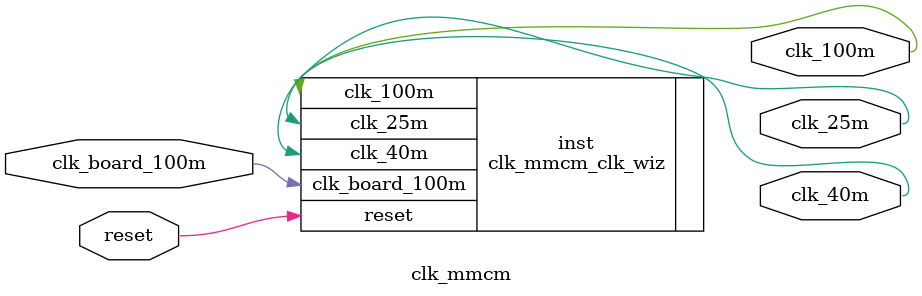
<source format=v>


`timescale 1ps/1ps

(* CORE_GENERATION_INFO = "clk_mmcm,clk_wiz_v6_0_3_0_0,{component_name=clk_mmcm,use_phase_alignment=true,use_min_o_jitter=false,use_max_i_jitter=false,use_dyn_phase_shift=false,use_inclk_switchover=false,use_dyn_reconfig=false,enable_axi=0,feedback_source=FDBK_AUTO,PRIMITIVE=MMCM,num_out_clk=3,clkin1_period=10.000,clkin2_period=10.000,use_power_down=false,use_reset=true,use_locked=false,use_inclk_stopped=false,feedback_type=SINGLE,CLOCK_MGR_TYPE=NA,manual_override=false}" *)

module clk_mmcm 
 (
  // Clock out ports
  output        clk_100m,
  output        clk_25m,
  output        clk_40m,
  // Status and control signals
  input         reset,
 // Clock in ports
  input         clk_board_100m
 );

  clk_mmcm_clk_wiz inst
  (
  // Clock out ports  
  .clk_100m(clk_100m),
  .clk_25m(clk_25m),
  .clk_40m(clk_40m),
  // Status and control signals               
  .reset(reset), 
 // Clock in ports
  .clk_board_100m(clk_board_100m)
  );

endmodule

</source>
